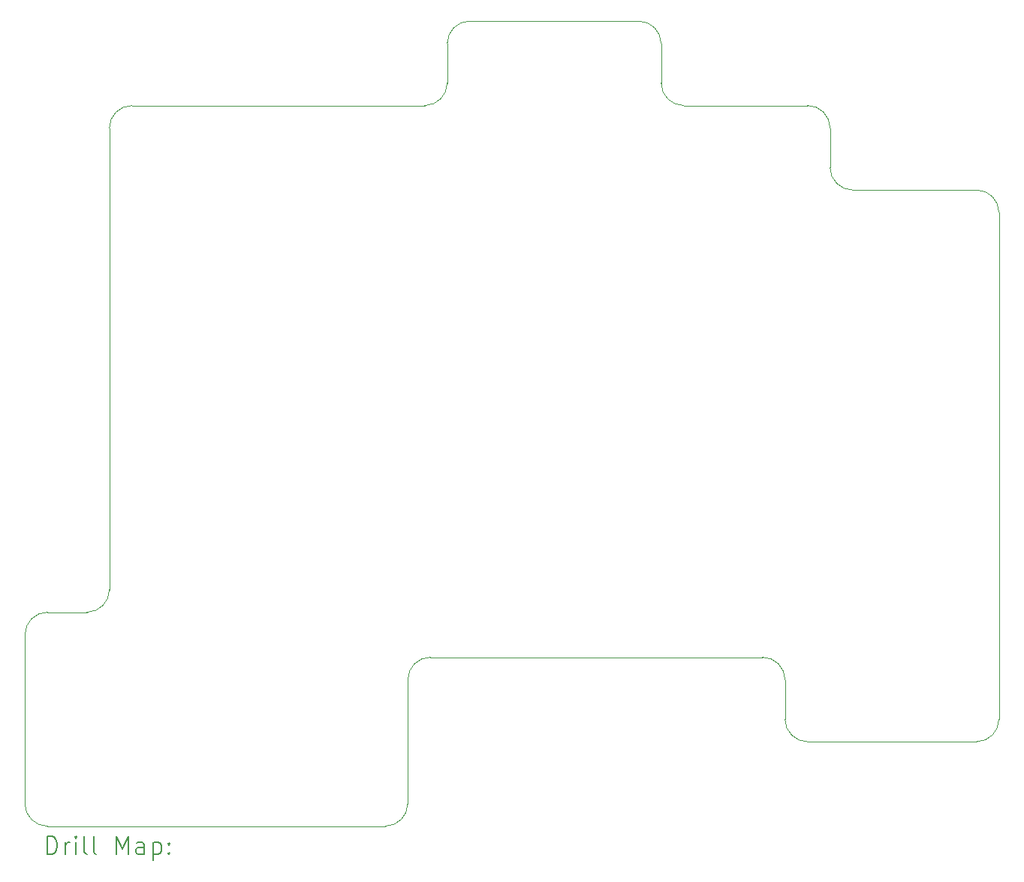
<source format=gbr>
%FSLAX45Y45*%
G04 Gerber Fmt 4.5, Leading zero omitted, Abs format (unit mm)*
G04 Created by KiCad (PCBNEW (6.0.4-0)) date 2022-03-28 14:40:04*
%MOMM*%
%LPD*%
G01*
G04 APERTURE LIST*
%TA.AperFunction,Profile*%
%ADD10C,0.120000*%
%TD*%
%ADD11C,0.200000*%
G04 APERTURE END LIST*
D10*
X2603500Y-6223000D02*
G75*
G03*
X2349500Y-5969000I-254000J0D01*
G01*
X1460500Y254000D02*
X2857500Y254000D01*
X2603500Y-6667500D02*
G75*
G03*
X2857500Y-6921500I254000J0D01*
G01*
X-1206500Y952500D02*
X-1206500Y508000D01*
X5016500Y-6667500D02*
X5016500Y-952500D01*
X-5270500Y-5461000D02*
G75*
G03*
X-5016500Y-5207000I0J254000D01*
G01*
X-1460500Y254000D02*
G75*
G03*
X-1206500Y508000I0J254000D01*
G01*
X-5715000Y-5461000D02*
G75*
G03*
X-5969000Y-5715000I0J-254000D01*
G01*
X-1651000Y-7620000D02*
X-1651000Y-6223000D01*
X2857500Y-6921500D02*
X4762500Y-6921500D01*
X-5270500Y-5461000D02*
X-5715000Y-5461000D01*
X1206500Y952500D02*
X1206500Y508000D01*
X3111500Y-444500D02*
X3111500Y0D01*
X2603500Y-6223000D02*
X2603500Y-6667500D01*
X-5715000Y-7874000D02*
X-5461000Y-7874000D01*
X2349500Y-5969000D02*
X-1397000Y-5969000D01*
X5016500Y-952500D02*
G75*
G03*
X4762500Y-698500I-254000J0D01*
G01*
X-952500Y1206500D02*
G75*
G03*
X-1206500Y952500I0J-254000D01*
G01*
X4762500Y-6921500D02*
G75*
G03*
X5016500Y-6667500I0J254000D01*
G01*
X-1397000Y-5969000D02*
G75*
G03*
X-1651000Y-6223000I0J-254000D01*
G01*
X-4762500Y254000D02*
G75*
G03*
X-5016500Y0I0J-254000D01*
G01*
X3111500Y-444500D02*
G75*
G03*
X3365500Y-698500I254000J0D01*
G01*
X-4762500Y254000D02*
X-1460500Y254000D01*
X-5969000Y-5715000D02*
X-5969000Y-5969000D01*
X-5969000Y-7620000D02*
G75*
G03*
X-5715000Y-7874000I254000J0D01*
G01*
X-5969000Y-7620000D02*
X-5969000Y-5969000D01*
X952500Y1206500D02*
X-952500Y1206500D01*
X-1905000Y-7874000D02*
X-5461000Y-7874000D01*
X3111500Y0D02*
G75*
G03*
X2857500Y254000I-254000J0D01*
G01*
X1206500Y952500D02*
G75*
G03*
X952500Y1206500I-254000J0D01*
G01*
X4762500Y-698500D02*
X3365500Y-698500D01*
X-1905000Y-7874000D02*
G75*
G03*
X-1651000Y-7620000I0J254000D01*
G01*
X-5016500Y0D02*
X-5016500Y-5207000D01*
X1206500Y508000D02*
G75*
G03*
X1460500Y254000I254000J0D01*
G01*
D11*
X-5717381Y-8190476D02*
X-5717381Y-7990476D01*
X-5669762Y-7990476D01*
X-5641190Y-8000000D01*
X-5622143Y-8019048D01*
X-5612619Y-8038095D01*
X-5603095Y-8076190D01*
X-5603095Y-8104762D01*
X-5612619Y-8142857D01*
X-5622143Y-8161905D01*
X-5641190Y-8180952D01*
X-5669762Y-8190476D01*
X-5717381Y-8190476D01*
X-5517381Y-8190476D02*
X-5517381Y-8057143D01*
X-5517381Y-8095238D02*
X-5507857Y-8076190D01*
X-5498333Y-8066667D01*
X-5479286Y-8057143D01*
X-5460238Y-8057143D01*
X-5393572Y-8190476D02*
X-5393572Y-8057143D01*
X-5393572Y-7990476D02*
X-5403095Y-8000000D01*
X-5393572Y-8009524D01*
X-5384048Y-8000000D01*
X-5393572Y-7990476D01*
X-5393572Y-8009524D01*
X-5269762Y-8190476D02*
X-5288810Y-8180952D01*
X-5298333Y-8161905D01*
X-5298333Y-7990476D01*
X-5165000Y-8190476D02*
X-5184048Y-8180952D01*
X-5193572Y-8161905D01*
X-5193572Y-7990476D01*
X-4936429Y-8190476D02*
X-4936429Y-7990476D01*
X-4869762Y-8133333D01*
X-4803095Y-7990476D01*
X-4803095Y-8190476D01*
X-4622143Y-8190476D02*
X-4622143Y-8085714D01*
X-4631667Y-8066667D01*
X-4650714Y-8057143D01*
X-4688810Y-8057143D01*
X-4707857Y-8066667D01*
X-4622143Y-8180952D02*
X-4641191Y-8190476D01*
X-4688810Y-8190476D01*
X-4707857Y-8180952D01*
X-4717381Y-8161905D01*
X-4717381Y-8142857D01*
X-4707857Y-8123809D01*
X-4688810Y-8114286D01*
X-4641191Y-8114286D01*
X-4622143Y-8104762D01*
X-4526905Y-8057143D02*
X-4526905Y-8257143D01*
X-4526905Y-8066667D02*
X-4507857Y-8057143D01*
X-4469762Y-8057143D01*
X-4450714Y-8066667D01*
X-4441191Y-8076190D01*
X-4431667Y-8095238D01*
X-4431667Y-8152381D01*
X-4441191Y-8171428D01*
X-4450714Y-8180952D01*
X-4469762Y-8190476D01*
X-4507857Y-8190476D01*
X-4526905Y-8180952D01*
X-4345952Y-8171428D02*
X-4336429Y-8180952D01*
X-4345952Y-8190476D01*
X-4355476Y-8180952D01*
X-4345952Y-8171428D01*
X-4345952Y-8190476D01*
X-4345952Y-8066667D02*
X-4336429Y-8076190D01*
X-4345952Y-8085714D01*
X-4355476Y-8076190D01*
X-4345952Y-8066667D01*
X-4345952Y-8085714D01*
M02*

</source>
